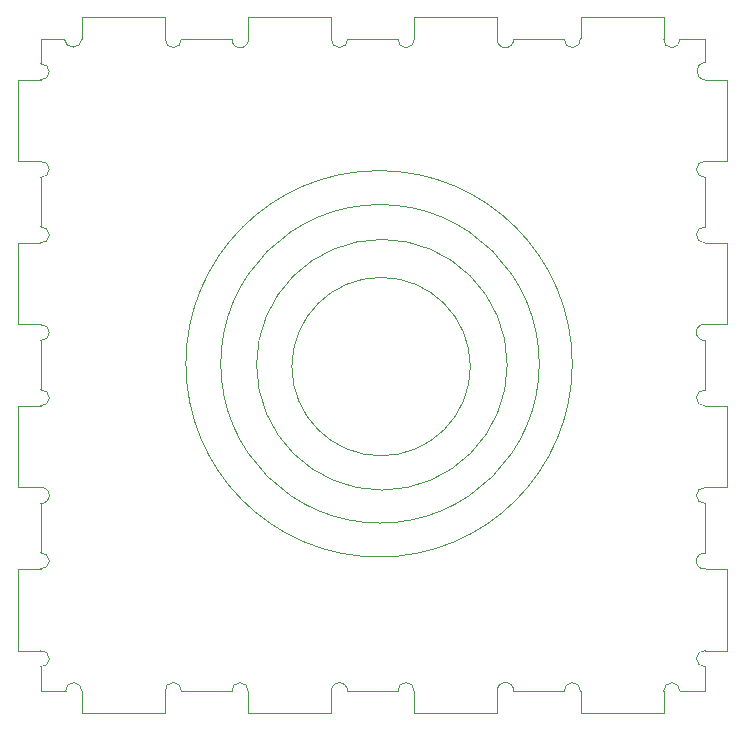
<source format=gbr>
%TF.GenerationSoftware,KiCad,Pcbnew,(6.0.8)*%
%TF.CreationDate,2022-10-30T20:00:26-07:00*%
%TF.ProjectId,TopEdgeDBNew,546f7045-6467-4654-9442-4e65772e6b69,rev?*%
%TF.SameCoordinates,Original*%
%TF.FileFunction,Profile,NP*%
%FSLAX46Y46*%
G04 Gerber Fmt 4.6, Leading zero omitted, Abs format (unit mm)*
G04 Created by KiCad (PCBNEW (6.0.8)) date 2022-10-30 20:00:26*
%MOMM*%
%LPD*%
G01*
G04 APERTURE LIST*
%TA.AperFunction,Profile*%
%ADD10C,0.100000*%
%TD*%
G04 APERTURE END LIST*
D10*
X131424102Y-154313383D02*
G75*
G03*
X131424102Y-154313383I-7554123J0D01*
G01*
X134548932Y-154157602D02*
G75*
G03*
X134548932Y-154157602I-10611574J0D01*
G01*
X137261665Y-154077816D02*
G75*
G03*
X137261665Y-154077816I-13483879J0D01*
G01*
X140054184Y-154077816D02*
G75*
G03*
X140054184Y-154077816I-16356184J0D01*
G01*
X151301890Y-164550181D02*
X151301890Y-164544909D01*
X151301890Y-164544909D02*
X153177515Y-164544909D01*
X153177515Y-164544909D02*
X153177515Y-157639335D01*
X153177515Y-157639335D02*
X151301890Y-157639335D01*
X151301890Y-157639335D02*
X151301890Y-157639282D01*
X151429320Y-150748478D02*
X153177515Y-150748478D01*
X153177515Y-150748478D02*
X153177515Y-143842910D01*
X153177515Y-143842910D02*
X151301890Y-143842910D01*
X151301890Y-143842910D02*
X151301890Y-143839275D01*
X151301890Y-142484020D02*
X151301890Y-138294674D01*
X151301890Y-136939410D02*
X151301890Y-136937335D01*
X151301890Y-136937335D02*
X153177515Y-136937335D01*
X153177515Y-136937335D02*
X153177515Y-130031760D01*
X153177515Y-130031760D02*
X151301890Y-130031760D01*
X151301890Y-130031760D02*
X151301890Y-130031267D01*
X151301890Y-128566350D02*
X151301890Y-126586335D01*
X151301890Y-126586335D02*
X149171891Y-126586335D01*
X147790750Y-126586335D02*
X147790692Y-126586335D01*
X147790692Y-126586335D02*
X147790692Y-124745836D01*
X147790692Y-124745836D02*
X140753309Y-124745836D01*
X140753309Y-124745836D02*
X140753309Y-126532996D01*
X133715921Y-126464972D02*
X133715921Y-124745836D01*
X133715921Y-124745836D02*
X126678532Y-124745836D01*
X126678532Y-124745836D02*
X126678532Y-126586335D01*
X126678532Y-126586335D02*
X126675770Y-126586335D01*
X125294663Y-126586335D02*
X121038345Y-126586335D01*
X119657187Y-126586335D02*
X119656125Y-126586335D01*
X119656125Y-126586335D02*
X119656125Y-124745836D01*
X119656125Y-124745836D02*
X112618742Y-124745836D01*
X112618742Y-124745836D02*
X112618742Y-126509979D01*
X111242079Y-126586335D02*
X106967012Y-126586335D01*
X105585855Y-126586335D02*
X105581353Y-126586335D01*
X105581353Y-126586335D02*
X105581353Y-124745836D01*
X105581353Y-124745836D02*
X98543964Y-124745836D01*
X98543964Y-124745836D02*
X98543964Y-126586335D01*
X98543964Y-126586335D02*
X98541208Y-126586335D01*
X97048321Y-126586335D02*
X95032772Y-126586335D01*
X95032772Y-126586335D02*
X95032772Y-128669274D01*
X95032772Y-130024571D02*
X95032772Y-130031760D01*
X95032772Y-130031760D02*
X93157142Y-130031760D01*
X93157142Y-130031760D02*
X93157142Y-136937335D01*
X93157142Y-136937335D02*
X95016240Y-136937335D01*
X95032772Y-138292433D02*
X95032772Y-142488275D01*
X94999867Y-143842910D02*
X93157142Y-143842910D01*
X93157142Y-143842910D02*
X93157142Y-150748478D01*
X93157142Y-150748478D02*
X95032772Y-150748478D01*
X95032772Y-150748478D02*
X95032772Y-150756708D01*
X95032772Y-152111967D02*
X95032772Y-156277876D01*
X95032772Y-157639335D02*
X93157142Y-157639335D01*
X93157142Y-157639335D02*
X93157142Y-164544909D01*
X93157142Y-164544909D02*
X94969787Y-164544909D01*
X95032772Y-165897290D02*
X95032772Y-170087049D01*
X95032772Y-171442347D02*
X95032772Y-171450484D01*
X95032772Y-171450484D02*
X93157142Y-171450484D01*
X93157142Y-171450484D02*
X93157142Y-178356052D01*
X93157142Y-178356052D02*
X95032772Y-178356052D01*
X95032772Y-178356052D02*
X95032772Y-178364739D01*
X151301890Y-170099479D02*
X151301890Y-165905473D01*
X151321852Y-178356052D02*
X153177515Y-178356052D01*
X153177515Y-178356052D02*
X153177515Y-171450484D01*
X153177515Y-171450484D02*
X151387695Y-171450484D01*
X149173872Y-181801483D02*
X151301890Y-181801483D01*
X151301890Y-181801483D02*
X151301890Y-179711068D01*
X140747975Y-181801483D02*
X140753309Y-181801483D01*
X140753309Y-181801483D02*
X140753309Y-183642000D01*
X140753309Y-183642000D02*
X147790692Y-183642000D01*
X147790692Y-183642000D02*
X147790692Y-181801483D01*
X147790692Y-181801483D02*
X147792733Y-181801483D01*
X135089373Y-181801483D02*
X139366809Y-181801483D01*
X126673120Y-181801483D02*
X126678532Y-181801483D01*
X126678532Y-181801483D02*
X126678532Y-183642000D01*
X126678532Y-183642000D02*
X133715921Y-183642000D01*
X133715921Y-183642000D02*
X133715921Y-181896198D01*
X121030069Y-181801483D02*
X125292191Y-181801483D01*
X112612469Y-181801483D02*
X112618742Y-181801483D01*
X112618742Y-181801483D02*
X112618742Y-183642000D01*
X112618742Y-183642000D02*
X119656125Y-183642000D01*
X119656125Y-183642000D02*
X119656125Y-181913502D01*
X106961269Y-181801483D02*
X111231303Y-181801483D01*
X98540173Y-181801483D02*
X98543964Y-181801483D01*
X98543964Y-181801483D02*
X98543964Y-183642000D01*
X98543964Y-183642000D02*
X105581353Y-183642000D01*
X105581353Y-183642000D02*
X105581353Y-181822681D01*
X95032772Y-179719998D02*
X95032772Y-181801483D01*
X95032772Y-181801483D02*
X97159017Y-181801483D01*
X151301890Y-130031267D02*
X151301890Y-130031760D01*
X151301890Y-130031760D02*
X153177515Y-130031760D01*
X153177515Y-130031760D02*
X153177515Y-136937335D01*
X153177515Y-136937335D02*
X151301890Y-136937335D01*
X151301890Y-136937335D02*
X151301890Y-136939410D01*
X151301898Y-136939318D02*
G75*
G03*
X151301890Y-138294674I-60804J-677678D01*
G01*
X151301890Y-138294674D02*
X151301890Y-142484020D01*
X151301881Y-142484116D02*
G75*
G03*
X151301890Y-143839275I-60187J-677580D01*
G01*
X151301890Y-143839275D02*
X151301890Y-143842910D01*
X151301890Y-143842910D02*
X153177515Y-143842910D01*
X153177515Y-143842910D02*
X153177515Y-150748478D01*
X153177515Y-150748478D02*
X151429320Y-150748478D01*
X151429335Y-150748425D02*
G75*
G03*
X151301890Y-152093714I-186941J-660971D01*
G01*
X151301890Y-152093714D02*
X151301890Y-156283988D01*
X151301896Y-156283923D02*
G75*
G03*
X151303824Y-157639284I-63802J-677773D01*
G01*
X151301890Y-157639282D02*
X151301890Y-157639335D01*
X151301890Y-157639335D02*
X153177515Y-157639335D01*
X153177515Y-157639335D02*
X153177515Y-164544909D01*
X153177515Y-164544909D02*
X151301890Y-164544909D01*
X151301890Y-164544909D02*
X151301890Y-164550181D01*
X151301896Y-164550119D02*
G75*
G03*
X151301890Y-165905473I-63702J-677677D01*
G01*
X151301890Y-165905473D02*
X151301890Y-170099479D01*
X151301888Y-170099500D02*
G75*
G03*
X151387695Y-171450484I-59494J-681996D01*
G01*
X151387695Y-171450484D02*
X153177515Y-171450484D01*
X153177515Y-171450484D02*
X153177515Y-178356052D01*
X153177515Y-178356052D02*
X151321852Y-178356052D01*
X151321863Y-178355967D02*
G75*
G03*
X151301890Y-179711068I-86069J-676429D01*
G01*
X151301890Y-179711068D02*
X151301890Y-181801483D01*
X151301890Y-181801483D02*
X149173872Y-181801483D01*
X149173871Y-181801483D02*
G75*
G03*
X147792733Y-181801483I-690569J36232D01*
G01*
X147792733Y-181801483D02*
X147790692Y-181801483D01*
X147790692Y-181801483D02*
X147790692Y-183642000D01*
X147790692Y-183642000D02*
X140753309Y-183642000D01*
X140753309Y-183642000D02*
X140753309Y-181801483D01*
X140753309Y-181801483D02*
X140747975Y-181801483D01*
X140747975Y-181801483D02*
G75*
G03*
X139366809Y-181801483I-690583J39445D01*
G01*
X139366809Y-181801483D02*
X135089373Y-181801483D01*
X135089362Y-181801482D02*
G75*
G03*
X133715921Y-181896198I-693468J50486D01*
G01*
X133715921Y-181896198D02*
X133715921Y-183642000D01*
X133715921Y-183642000D02*
X126678532Y-183642000D01*
X126678532Y-183642000D02*
X126678532Y-181801483D01*
X126678532Y-181801483D02*
X126673120Y-181801483D01*
X126673121Y-181801483D02*
G75*
G03*
X125292191Y-181801483I-690465J53563D01*
G01*
X125292191Y-181801483D02*
X121030069Y-181801483D01*
X121030063Y-181801483D02*
G75*
G03*
X119656125Y-181913502I-694049J30827D01*
G01*
X119656125Y-181913502D02*
X119656125Y-183642000D01*
X119656125Y-183642000D02*
X112618742Y-183642000D01*
X112618742Y-183642000D02*
X112618742Y-181801483D01*
X112618742Y-181801483D02*
X112612469Y-181801483D01*
X112612469Y-181801483D02*
G75*
G03*
X111231303Y-181801483I-690583J39445D01*
G01*
X111231303Y-181801483D02*
X106961269Y-181801483D01*
X106961276Y-181801484D02*
G75*
G03*
X105581353Y-181822681I-691012J57768D01*
G01*
X105581353Y-181822681D02*
X105581353Y-183642000D01*
X105581353Y-183642000D02*
X98543964Y-183642000D01*
X98543964Y-183642000D02*
X98543964Y-181801483D01*
X98543964Y-181801483D02*
X98540173Y-181801483D01*
X98540173Y-181801483D02*
G75*
G03*
X97159017Y-181801483I-690578J43675D01*
G01*
X97159017Y-181801483D02*
X95032772Y-181801483D01*
X95032772Y-181801483D02*
X95032772Y-179719998D01*
X95032772Y-179719993D02*
G75*
G03*
X95032772Y-178364739I70742J677627D01*
G01*
X95032772Y-178364739D02*
X95032772Y-178356052D01*
X95032772Y-178356052D02*
X93157142Y-178356052D01*
X93157142Y-178356052D02*
X93157142Y-171450484D01*
X93157142Y-171450484D02*
X95032772Y-171450484D01*
X95032772Y-171450484D02*
X95032772Y-171442347D01*
X95032772Y-171442343D02*
G75*
G03*
X95032772Y-170087049I65752J677647D01*
G01*
X95032772Y-170087049D02*
X95032772Y-165897290D01*
X95032772Y-165897289D02*
G75*
G03*
X94969787Y-164544909I67992J680823D01*
G01*
X94969787Y-164544909D02*
X93157142Y-164544909D01*
X93157142Y-164544909D02*
X93157142Y-157639335D01*
X93157142Y-157639335D02*
X95032772Y-157639335D01*
X95032772Y-157639335D02*
X95032772Y-157633131D01*
X95032771Y-157633136D02*
G75*
G03*
X95032772Y-156277876I71063J677630D01*
G01*
X95032772Y-156277876D02*
X95032772Y-152111967D01*
X95032772Y-152111964D02*
G75*
G03*
X95032772Y-150756708I70742J677628D01*
G01*
X95032772Y-150756708D02*
X95032772Y-150748478D01*
X95032772Y-150748478D02*
X93157142Y-150748478D01*
X93157142Y-150748478D02*
X93157142Y-143842910D01*
X93157142Y-143842910D02*
X94999867Y-143842910D01*
X94999866Y-143842917D02*
G75*
G03*
X95032772Y-142488275I97128J675361D01*
G01*
X95032772Y-142488275D02*
X95032772Y-138292433D01*
X95032772Y-138292436D02*
G75*
G03*
X95016240Y-136937335I66302J678460D01*
G01*
X95016240Y-136937335D02*
X93157142Y-136937335D01*
X93157142Y-136937335D02*
X93157142Y-130031760D01*
X93157142Y-130031760D02*
X95032772Y-130031760D01*
X95032772Y-130031760D02*
X95032772Y-130024571D01*
X95032771Y-130024578D02*
G75*
G03*
X95032772Y-128669274I66553J677652D01*
G01*
X95032772Y-128669274D02*
X95032772Y-126586335D01*
X95032772Y-126586335D02*
X97048321Y-126586335D01*
X97048322Y-126586335D02*
G75*
G03*
X98541208Y-126586335I746443J68163D01*
G01*
X98541208Y-126586335D02*
X98543964Y-126586335D01*
X98543964Y-126586335D02*
X98543964Y-124745836D01*
X98543964Y-124745836D02*
X105581353Y-124745836D01*
X105581353Y-124745836D02*
X105581353Y-126586335D01*
X105581353Y-126586335D02*
X105585855Y-126586335D01*
X105585854Y-126586335D02*
G75*
G03*
X106967012Y-126586335I690579J-37935D01*
G01*
X106967012Y-126586335D02*
X111242079Y-126586335D01*
X111242079Y-126586335D02*
G75*
G03*
X112618742Y-126509979I692935J-44821D01*
G01*
X112618742Y-126509979D02*
X112618742Y-124745836D01*
X112618742Y-124745836D02*
X119656125Y-124745836D01*
X119656125Y-124745836D02*
X119656125Y-126586335D01*
X119656125Y-126586335D02*
X119657187Y-126586335D01*
X119657187Y-126586335D02*
G75*
G03*
X121038345Y-126586335I690579J-37935D01*
G01*
X121038345Y-126586335D02*
X125294663Y-126586335D01*
X125294664Y-126586335D02*
G75*
G03*
X126675770Y-126586335I690553J-47198D01*
G01*
X126675770Y-126586335D02*
X126678532Y-126586335D01*
X126678532Y-126586335D02*
X126678532Y-124745836D01*
X126678532Y-124745836D02*
X133715921Y-124745836D01*
X133715921Y-124745836D02*
X133715921Y-126464972D01*
X133715922Y-126464972D02*
G75*
G03*
X135087750Y-126586335I677412J-156784D01*
G01*
X135087750Y-126586335D02*
X139373793Y-126586335D01*
X139373797Y-126586335D02*
G75*
G03*
X140753309Y-126532996I692197J-36461D01*
G01*
X140753309Y-126532996D02*
X140753309Y-124745836D01*
X140753309Y-124745836D02*
X147790692Y-124745836D01*
X147790692Y-124745836D02*
X147790692Y-126586335D01*
X147790692Y-126586335D02*
X147790750Y-126586335D01*
X147790749Y-126586335D02*
G75*
G03*
X149171891Y-126586335I690571J-45067D01*
G01*
X149171891Y-126586335D02*
X151301890Y-126586335D01*
X151301890Y-126586335D02*
X151301890Y-128566350D01*
X151301892Y-128566384D02*
G75*
G03*
X151306306Y-130031282I47702J-732312D01*
G01*
X151301890Y-130031267D02*
X151301890Y-130031760D01*
X151301890Y-130031760D02*
X153177515Y-130031760D01*
X153177515Y-130031760D02*
X153177515Y-136937335D01*
X153177515Y-136937335D02*
X151301890Y-136937335D01*
X151301890Y-136937335D02*
X151301890Y-136939410D01*
X151301898Y-136939318D02*
G75*
G03*
X151301890Y-138294674I-60804J-677678D01*
G01*
X151301890Y-138294674D02*
X151301890Y-142484020D01*
X151301881Y-142484116D02*
G75*
G03*
X151301890Y-143839275I-60187J-677580D01*
G01*
X151301890Y-143839275D02*
X151301890Y-143842910D01*
X151301890Y-143842910D02*
X153177515Y-143842910D01*
X153177515Y-143842910D02*
X153177515Y-150748478D01*
X153177515Y-150748478D02*
X151429320Y-150748478D01*
X151429335Y-150748425D02*
G75*
G03*
X151301890Y-152093714I-186941J-660971D01*
G01*
X151301890Y-152093714D02*
X151301890Y-156283988D01*
X151301896Y-156283923D02*
G75*
G03*
X151303824Y-157639284I-63802J-677773D01*
G01*
X151301890Y-157639282D02*
X151301890Y-157639335D01*
X151301890Y-157639335D02*
X153177515Y-157639335D01*
X153177515Y-157639335D02*
X153177515Y-164544909D01*
X153177515Y-164544909D02*
X151301890Y-164544909D01*
X151301890Y-164544909D02*
X151301890Y-164550181D01*
X151301896Y-164550119D02*
G75*
G03*
X151301890Y-165905473I-63702J-677677D01*
G01*
X151301890Y-165905473D02*
X151301890Y-170099479D01*
X151301888Y-170099500D02*
G75*
G03*
X151387695Y-171450484I-59494J-681996D01*
G01*
X151387695Y-171450484D02*
X153177515Y-171450484D01*
X153177515Y-171450484D02*
X153177515Y-178356052D01*
X153177515Y-178356052D02*
X151321852Y-178356052D01*
X151321863Y-178355967D02*
G75*
G03*
X151301890Y-179711068I-86069J-676429D01*
G01*
X151301890Y-179711068D02*
X151301890Y-181801483D01*
X151301890Y-181801483D02*
X149173872Y-181801483D01*
X149173871Y-181801483D02*
G75*
G03*
X147792733Y-181801483I-690569J36232D01*
G01*
X147792733Y-181801483D02*
X147790692Y-181801483D01*
X147790692Y-181801483D02*
X147790692Y-183642000D01*
X147790692Y-183642000D02*
X140753309Y-183642000D01*
X140753309Y-183642000D02*
X140753309Y-181801483D01*
X140753309Y-181801483D02*
X140747975Y-181801483D01*
X140747975Y-181801483D02*
G75*
G03*
X139366809Y-181801483I-690583J39445D01*
G01*
X139366809Y-181801483D02*
X135089373Y-181801483D01*
X135089362Y-181801482D02*
G75*
G03*
X133715921Y-181896198I-693468J50486D01*
G01*
X133715921Y-181896198D02*
X133715921Y-183642000D01*
X133715921Y-183642000D02*
X126678532Y-183642000D01*
X126678532Y-183642000D02*
X126678532Y-181801483D01*
X126678532Y-181801483D02*
X126673120Y-181801483D01*
X126673121Y-181801483D02*
G75*
G03*
X125292191Y-181801483I-690465J53563D01*
G01*
X125292191Y-181801483D02*
X121030069Y-181801483D01*
X121030063Y-181801483D02*
G75*
G03*
X119656125Y-181913502I-694049J30827D01*
G01*
X119656125Y-181913502D02*
X119656125Y-183642000D01*
X119656125Y-183642000D02*
X112618742Y-183642000D01*
X112618742Y-183642000D02*
X112618742Y-181801483D01*
X112618742Y-181801483D02*
X112612469Y-181801483D01*
X112612469Y-181801483D02*
G75*
G03*
X111231303Y-181801483I-690583J39445D01*
G01*
X111231303Y-181801483D02*
X106961269Y-181801483D01*
X106961276Y-181801484D02*
G75*
G03*
X105581353Y-181822681I-691012J57768D01*
G01*
X105581353Y-181822681D02*
X105581353Y-183642000D01*
X105581353Y-183642000D02*
X98543964Y-183642000D01*
X98543964Y-183642000D02*
X98543964Y-181801483D01*
X98543964Y-181801483D02*
X98540173Y-181801483D01*
X98540173Y-181801483D02*
G75*
G03*
X97159017Y-181801483I-690578J43675D01*
G01*
X97159017Y-181801483D02*
X95032772Y-181801483D01*
X95032772Y-181801483D02*
X95032772Y-179719998D01*
X95032772Y-179719993D02*
G75*
G03*
X95032772Y-178364739I70742J677627D01*
G01*
X95032772Y-178364739D02*
X95032772Y-178356052D01*
X95032772Y-178356052D02*
X93157142Y-178356052D01*
X93157142Y-178356052D02*
X93157142Y-171450484D01*
X93157142Y-171450484D02*
X95032772Y-171450484D01*
X95032772Y-171450484D02*
X95032772Y-171442347D01*
X95032772Y-171442343D02*
G75*
G03*
X95032772Y-170087049I65752J677647D01*
G01*
X95032772Y-170087049D02*
X95032772Y-165897290D01*
X95032772Y-165897289D02*
G75*
G03*
X94969787Y-164544909I67992J680823D01*
G01*
X94969787Y-164544909D02*
X93157142Y-164544909D01*
X93157142Y-164544909D02*
X93157142Y-157639335D01*
X93157142Y-157639335D02*
X95032772Y-157639335D01*
X95032772Y-157639335D02*
X95032772Y-157633131D01*
X95032771Y-157633136D02*
G75*
G03*
X95032772Y-156277876I71063J677630D01*
G01*
X95032772Y-156277876D02*
X95032772Y-152111967D01*
X95032772Y-152111964D02*
G75*
G03*
X95032772Y-150756708I70742J677628D01*
G01*
X95032772Y-150756708D02*
X95032772Y-150748478D01*
X95032772Y-150748478D02*
X93157142Y-150748478D01*
X93157142Y-150748478D02*
X93157142Y-143842910D01*
X93157142Y-143842910D02*
X94999867Y-143842910D01*
X94999866Y-143842917D02*
G75*
G03*
X95032772Y-142488275I97128J675361D01*
G01*
X95032772Y-142488275D02*
X95032772Y-138292433D01*
X95032772Y-138292436D02*
G75*
G03*
X95016240Y-136937335I66302J678460D01*
G01*
X95016240Y-136937335D02*
X93157142Y-136937335D01*
X93157142Y-136937335D02*
X93157142Y-130031760D01*
X93157142Y-130031760D02*
X95032772Y-130031760D01*
X95032772Y-130031760D02*
X95032772Y-130024571D01*
X95032771Y-130024578D02*
G75*
G03*
X95032772Y-128669274I66553J677652D01*
G01*
X95032772Y-128669274D02*
X95032772Y-126586335D01*
X95032772Y-126586335D02*
X97048321Y-126586335D01*
X97048322Y-126586335D02*
G75*
G03*
X98541208Y-126586335I746443J68163D01*
G01*
X98541208Y-126586335D02*
X98543964Y-126586335D01*
X98543964Y-126586335D02*
X98543964Y-124745836D01*
X98543964Y-124745836D02*
X105581353Y-124745836D01*
X105581353Y-124745836D02*
X105581353Y-126586335D01*
X105581353Y-126586335D02*
X105585855Y-126586335D01*
X105585854Y-126586335D02*
G75*
G03*
X106967012Y-126586335I690579J-37935D01*
G01*
X106967012Y-126586335D02*
X111242079Y-126586335D01*
X111242079Y-126586335D02*
G75*
G03*
X112618742Y-126509979I692935J-44821D01*
G01*
X112618742Y-126509979D02*
X112618742Y-124745836D01*
X112618742Y-124745836D02*
X119656125Y-124745836D01*
X119656125Y-124745836D02*
X119656125Y-126586335D01*
X119656125Y-126586335D02*
X119657187Y-126586335D01*
X119657187Y-126586335D02*
G75*
G03*
X121038345Y-126586335I690579J-37935D01*
G01*
X121038345Y-126586335D02*
X125294663Y-126586335D01*
X125294664Y-126586335D02*
G75*
G03*
X126675770Y-126586335I690553J-47198D01*
G01*
X126675770Y-126586335D02*
X126678532Y-126586335D01*
X126678532Y-126586335D02*
X126678532Y-124745836D01*
X126678532Y-124745836D02*
X133715921Y-124745836D01*
X133715921Y-124745836D02*
X133715921Y-126464972D01*
X133715922Y-126464972D02*
G75*
G03*
X135087750Y-126586335I677412J-156784D01*
G01*
X135087750Y-126586335D02*
X139373793Y-126586335D01*
X139373797Y-126586335D02*
G75*
G03*
X140753309Y-126532996I692197J-36461D01*
G01*
X140753309Y-126532996D02*
X140753309Y-124745836D01*
X140753309Y-124745836D02*
X147790692Y-124745836D01*
X147790692Y-124745836D02*
X147790692Y-126586335D01*
X147790692Y-126586335D02*
X147790750Y-126586335D01*
X147790749Y-126586335D02*
G75*
G03*
X149171891Y-126586335I690571J-45067D01*
G01*
X149171891Y-126586335D02*
X151301890Y-126586335D01*
X151301890Y-126586335D02*
X151301890Y-128566350D01*
X151301892Y-128566384D02*
G75*
G03*
X151306306Y-130031282I47702J-732312D01*
G01*
X151301890Y-130031267D02*
X151301890Y-130031760D01*
X151301890Y-130031760D02*
X153177515Y-130031760D01*
X153177515Y-130031760D02*
X153177515Y-136937335D01*
X153177515Y-136937335D02*
X151301890Y-136937335D01*
X151301890Y-136937335D02*
X151301890Y-136939410D01*
X151301898Y-136939318D02*
G75*
G03*
X151301890Y-138294674I-60804J-677678D01*
G01*
X151301890Y-138294674D02*
X151301890Y-142484020D01*
X151301881Y-142484116D02*
G75*
G03*
X151301890Y-143839275I-60187J-677580D01*
G01*
X151301890Y-143839275D02*
X151301890Y-143842910D01*
X151301890Y-143842910D02*
X153177515Y-143842910D01*
X153177515Y-143842910D02*
X153177515Y-150748478D01*
X153177515Y-150748478D02*
X151429320Y-150748478D01*
X151429335Y-150748425D02*
G75*
G03*
X151301890Y-152093714I-186941J-660971D01*
G01*
X151301890Y-152093714D02*
X151301890Y-156283988D01*
X151301896Y-156283923D02*
G75*
G03*
X151303824Y-157639284I-63802J-677773D01*
G01*
X151301890Y-157639282D02*
X151301890Y-157639335D01*
X151301890Y-157639335D02*
X153177515Y-157639335D01*
X153177515Y-157639335D02*
X153177515Y-164544909D01*
X153177515Y-164544909D02*
X151301890Y-164544909D01*
X151301890Y-164544909D02*
X151301890Y-164550181D01*
X151301896Y-164550119D02*
G75*
G03*
X151301890Y-165905473I-63702J-677677D01*
G01*
X151301890Y-165905473D02*
X151301890Y-170099479D01*
X151301888Y-170099500D02*
G75*
G03*
X151387695Y-171450484I-59494J-681996D01*
G01*
X151387695Y-171450484D02*
X153177515Y-171450484D01*
X153177515Y-171450484D02*
X153177515Y-178356052D01*
X153177515Y-178356052D02*
X151321852Y-178356052D01*
X151321863Y-178355967D02*
G75*
G03*
X151301890Y-179711068I-86069J-676429D01*
G01*
X151301890Y-179711068D02*
X151301890Y-181801483D01*
X151301890Y-181801483D02*
X149173872Y-181801483D01*
X149173871Y-181801483D02*
G75*
G03*
X147792733Y-181801483I-690569J36232D01*
G01*
X147792733Y-181801483D02*
X147790692Y-181801483D01*
X147790692Y-181801483D02*
X147790692Y-183642000D01*
X147790692Y-183642000D02*
X140753309Y-183642000D01*
X140753309Y-183642000D02*
X140753309Y-181801483D01*
X140753309Y-181801483D02*
X140747975Y-181801483D01*
X140747975Y-181801483D02*
G75*
G03*
X139366809Y-181801483I-690583J39445D01*
G01*
X139366809Y-181801483D02*
X135089373Y-181801483D01*
X135089362Y-181801482D02*
G75*
G03*
X133715921Y-181896198I-693468J50486D01*
G01*
X133715921Y-181896198D02*
X133715921Y-183642000D01*
X133715921Y-183642000D02*
X126678532Y-183642000D01*
X126678532Y-183642000D02*
X126678532Y-181801483D01*
X126678532Y-181801483D02*
X126673120Y-181801483D01*
X126673121Y-181801483D02*
G75*
G03*
X125292191Y-181801483I-690465J53563D01*
G01*
X125292191Y-181801483D02*
X121030069Y-181801483D01*
X121030063Y-181801483D02*
G75*
G03*
X119656125Y-181913502I-694049J30827D01*
G01*
X119656125Y-181913502D02*
X119656125Y-183642000D01*
X119656125Y-183642000D02*
X112618742Y-183642000D01*
X112618742Y-183642000D02*
X112618742Y-181801483D01*
X112618742Y-181801483D02*
X112612469Y-181801483D01*
X112612469Y-181801483D02*
G75*
G03*
X111231303Y-181801483I-690583J39445D01*
G01*
X111231303Y-181801483D02*
X106961269Y-181801483D01*
X106961276Y-181801484D02*
G75*
G03*
X105581353Y-181822681I-691012J57768D01*
G01*
X105581353Y-181822681D02*
X105581353Y-183642000D01*
X105581353Y-183642000D02*
X98543964Y-183642000D01*
X98543964Y-183642000D02*
X98543964Y-181801483D01*
X98543964Y-181801483D02*
X98540173Y-181801483D01*
X98540173Y-181801483D02*
G75*
G03*
X97159017Y-181801483I-690578J43675D01*
G01*
X97159017Y-181801483D02*
X95032772Y-181801483D01*
X95032772Y-181801483D02*
X95032772Y-179719998D01*
X95032772Y-179719993D02*
G75*
G03*
X95032772Y-178364739I70742J677627D01*
G01*
X95032772Y-178364739D02*
X95032772Y-178356052D01*
X95032772Y-178356052D02*
X93157142Y-178356052D01*
X93157142Y-178356052D02*
X93157142Y-171450484D01*
X93157142Y-171450484D02*
X95032772Y-171450484D01*
X95032772Y-171450484D02*
X95032772Y-171442347D01*
X95032772Y-171442343D02*
G75*
G03*
X95032772Y-170087049I65752J677647D01*
G01*
X95032772Y-170087049D02*
X95032772Y-165897290D01*
X95032772Y-165897289D02*
G75*
G03*
X94969787Y-164544909I67992J680823D01*
G01*
X94969787Y-164544909D02*
X93157142Y-164544909D01*
X93157142Y-164544909D02*
X93157142Y-157639335D01*
X93157142Y-157639335D02*
X95032772Y-157639335D01*
X95032772Y-157639335D02*
X95032772Y-157633131D01*
X95032771Y-157633136D02*
G75*
G03*
X95032772Y-156277876I71063J677630D01*
G01*
X95032772Y-156277876D02*
X95032772Y-152111967D01*
X95032772Y-152111964D02*
G75*
G03*
X95032772Y-150756708I70742J677628D01*
G01*
X95032772Y-150756708D02*
X95032772Y-150748478D01*
X95032772Y-150748478D02*
X93157142Y-150748478D01*
X93157142Y-150748478D02*
X93157142Y-143842910D01*
X93157142Y-143842910D02*
X94999867Y-143842910D01*
X94999866Y-143842917D02*
G75*
G03*
X95032772Y-142488275I97128J675361D01*
G01*
X95032772Y-142488275D02*
X95032772Y-138292433D01*
X95032772Y-138292436D02*
G75*
G03*
X95016240Y-136937335I66302J678460D01*
G01*
X95016240Y-136937335D02*
X93157142Y-136937335D01*
X93157142Y-136937335D02*
X93157142Y-130031760D01*
X93157142Y-130031760D02*
X95032772Y-130031760D01*
X95032772Y-130031760D02*
X95032772Y-130024571D01*
X95032771Y-130024578D02*
G75*
G03*
X95032772Y-128669274I66553J677652D01*
G01*
X95032772Y-128669274D02*
X95032772Y-126586335D01*
X95032772Y-126586335D02*
X97048321Y-126586335D01*
X97048322Y-126586335D02*
G75*
G03*
X98541208Y-126586335I746443J68163D01*
G01*
X98541208Y-126586335D02*
X98543964Y-126586335D01*
X98543964Y-126586335D02*
X98543964Y-124745836D01*
X98543964Y-124745836D02*
X105581353Y-124745836D01*
X105581353Y-124745836D02*
X105581353Y-126586335D01*
X105581353Y-126586335D02*
X105585855Y-126586335D01*
X105585854Y-126586335D02*
G75*
G03*
X106967012Y-126586335I690579J-37935D01*
G01*
X106967012Y-126586335D02*
X111242079Y-126586335D01*
X111242079Y-126586335D02*
G75*
G03*
X112618742Y-126509979I692935J-44821D01*
G01*
X112618742Y-126509979D02*
X112618742Y-124745836D01*
X112618742Y-124745836D02*
X119656125Y-124745836D01*
X119656125Y-124745836D02*
X119656125Y-126586335D01*
X119656125Y-126586335D02*
X119657187Y-126586335D01*
X119657187Y-126586335D02*
G75*
G03*
X121038345Y-126586335I690579J-37935D01*
G01*
X121038345Y-126586335D02*
X125294663Y-126586335D01*
X125294664Y-126586335D02*
G75*
G03*
X126675770Y-126586335I690553J-47198D01*
G01*
X126675770Y-126586335D02*
X126678532Y-126586335D01*
X126678532Y-126586335D02*
X126678532Y-124745836D01*
X126678532Y-124745836D02*
X133715921Y-124745836D01*
X133715921Y-124745836D02*
X133715921Y-126464972D01*
X133715922Y-126464972D02*
G75*
G03*
X135087750Y-126586335I677412J-156784D01*
G01*
X135087750Y-126586335D02*
X139373793Y-126586335D01*
X139373797Y-126586335D02*
G75*
G03*
X140753309Y-126532996I692197J-36461D01*
G01*
X140753309Y-126532996D02*
X140753309Y-124745836D01*
X140753309Y-124745836D02*
X147790692Y-124745836D01*
X147790692Y-124745836D02*
X147790692Y-126586335D01*
X147790692Y-126586335D02*
X147790750Y-126586335D01*
X147790749Y-126586335D02*
G75*
G03*
X149171891Y-126586335I690571J-45067D01*
G01*
X149171891Y-126586335D02*
X151301890Y-126586335D01*
X151301890Y-126586335D02*
X151301890Y-128566350D01*
X151301892Y-128566384D02*
G75*
G03*
X151306306Y-130031282I47702J-732312D01*
G01*
M02*

</source>
